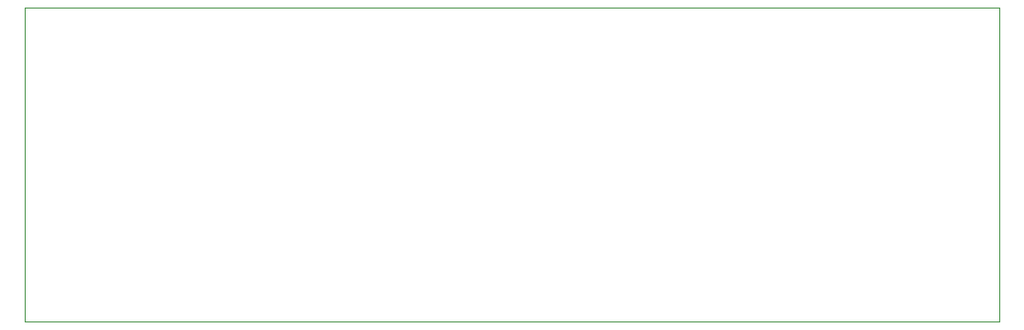
<source format=gm1>
G04 #@! TF.GenerationSoftware,KiCad,Pcbnew,7.0.6-0*
G04 #@! TF.CreationDate,2023-08-27T09:50:28-04:00*
G04 #@! TF.ProjectId,edge triggered monostable,65646765-2074-4726-9967-676572656420,1.0*
G04 #@! TF.SameCoordinates,Original*
G04 #@! TF.FileFunction,Profile,NP*
%FSLAX46Y46*%
G04 Gerber Fmt 4.6, Leading zero omitted, Abs format (unit mm)*
G04 Created by KiCad (PCBNEW 7.0.6-0) date 2023-08-27 09:50:28*
%MOMM*%
%LPD*%
G01*
G04 APERTURE LIST*
G04 #@! TA.AperFunction,Profile*
%ADD10C,0.100000*%
G04 #@! TD*
G04 APERTURE END LIST*
D10*
X80750000Y-114500000D02*
X82500000Y-114500000D01*
X80750000Y-86500000D02*
X80750000Y-114500000D01*
X82500000Y-86500000D02*
X80750000Y-86500000D01*
X167500000Y-86500000D02*
X164500000Y-86500000D01*
X167500000Y-114500000D02*
X167500000Y-86500000D01*
X164500000Y-114500000D02*
X167500000Y-114500000D01*
X164500000Y-114500000D02*
X82500000Y-114500000D01*
X82500000Y-86500000D02*
X164500000Y-86500000D01*
M02*

</source>
